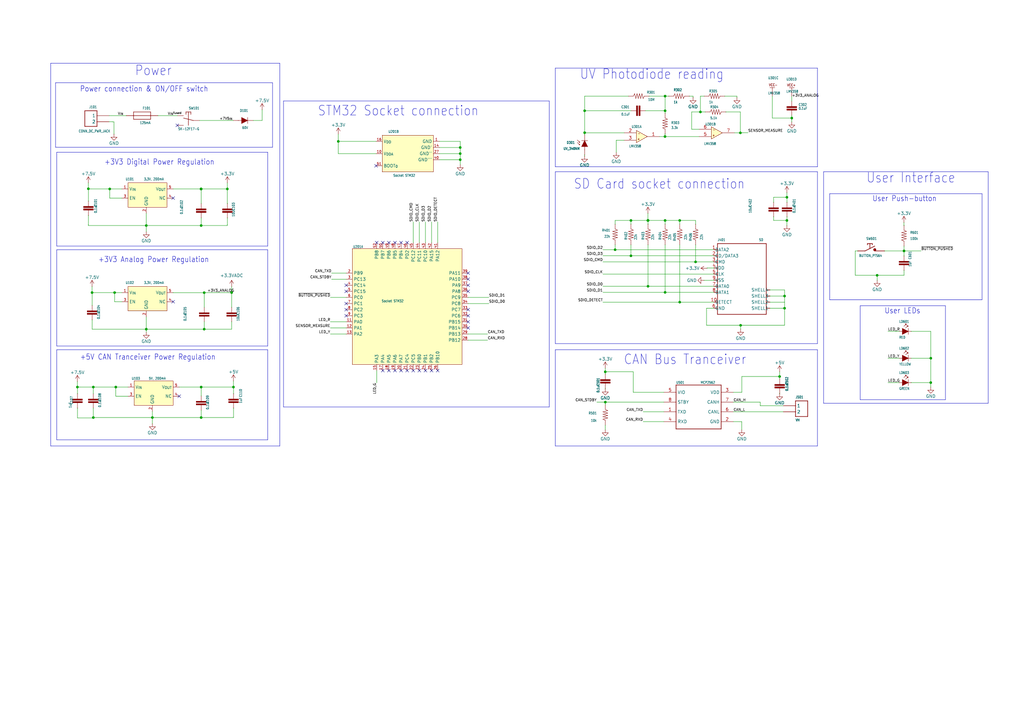
<source format=kicad_sch>
(kicad_sch (version 20231120) (generator "eeschema") (generator_version "8.0")
  (paper "A3")
  (junction (at 252.28 102.42))
  (junction (at 321.78 126.42))
  (junction (at 95 119.9984))
  (junction (at 319.75 154.42))
  (junction (at 95.75 158.75))
  (junction (at 370.78 102.92))
  (junction (at 248.28 164.92))
  (junction (at 381.78 146.92))
  (junction (at 303.67 54.5))
  (junction (at 287.28 45.92))
  (junction (at 248.25 152.5))
  (junction (at 265.78 117.42))
  (junction (at 278.78 90.42))
  (junction (at 322.75 90.42))
  (junction (at 272.75 56))
  (junction (at 82.5 171.25))
  (junction (at 285.28 107.42))
  (junction (at 82.5 92.5))
  (junction (at 272.78 45.42))
  (junction (at 138.75 58))
  (junction (at 265.78 90.42))
  (junction (at 93.25 77.5))
  (junction (at 324.75 48.42))
  (junction (at 60 135))
  (junction (at 36.25 77.42))
  (junction (at 239.78 45.42))
  (junction (at 37.75 120))
  (junction (at 381.75 156.92))
  (junction (at 82.47 77.5))
  (junction (at 239.78 54.42))
  (junction (at 62.5 171.25))
  (junction (at 188.75 60.5))
  (junction (at 83.75 135))
  (junction (at 258.78 104.92))
  (junction (at 82.5 77.5))
  (junction (at 322.75 80.92))
  (junction (at 278.78 123.92))
  (junction (at 45 77.5))
  (junction (at 265.75 90.42))
  (junction (at 359.75 112.92))
  (junction (at 303.75 133.42))
  (junction (at 31.75 158.75))
  (junction (at 272.78 39.42))
  (junction (at 47.5 158.75))
  (junction (at 272.78 119.92))
  (junction (at 38.28 158.75))
  (junction (at 60 92.5))
  (junction (at 188.75 63))
  (junction (at 83.75 120.03))
  (junction (at 258.78 90.42))
  (junction (at 321.78 121.42))
  (junction (at 47 120))
  (junction (at 188.75 65.5))
  (junction (at 38.28 171.25))
  (junction (at 272.78 90.42))
  (junction (at 82.5 158.75))
  (no_connect (at 157 152))
  (no_connect (at 142 127))
  (no_connect (at 154.5 99.5))
  (no_connect (at 177 152))
  (no_connect (at 159.5 99.5))
  (no_connect (at 164.5 152))
  (no_connect (at 159.5 152))
  (no_connect (at 192 114.5))
  (no_connect (at 73.5 162.5))
  (no_connect (at 71 81.25))
  (no_connect (at 142 119.5))
  (no_connect (at 192 129.5))
  (no_connect (at 192 132))
  (no_connect (at 172 152))
  (no_connect (at 157 99.5))
  (no_connect (at 71 123.75))
  (no_connect (at 154.25 68))
  (no_connect (at 169.5 152))
  (no_connect (at 72.74 51.42))
  (no_connect (at 192 112))
  (no_connect (at 167 152))
  (no_connect (at 167 99.5))
  (no_connect (at 192 127))
  (no_connect (at 174.5 152))
  (no_connect (at 162 99.5))
  (no_connect (at 192 117))
  (no_connect (at 142 129.5))
  (no_connect (at 162 152))
  (no_connect (at 164.5 99.5))
  (no_connect (at 192 119.5))
  (no_connect (at 142 117))
  (no_connect (at 179.5 152))
  (no_connect (at 142 124.5))
  (no_connect (at 192 134.5))
  (polyline (pts (xy 227.78 70.42) (xy 335.28 70.42)) (stroke (width 0.1524) (type solid)))
  (wire (pts (xy 270.5 56) (xy 272.75 56)))
  (wire (pts (xy 252.28 90.42) (xy 258.78 90.42)) (stroke (width 0.1524)))
  (wire (pts (xy 316.78 39.42) (xy 316.78 48.42)) (stroke (width 0.1524)))
  (wire (pts (xy 272.28 164.92) (xy 248.28 164.92)) (stroke (width 0.1524)))
  (wire (pts (xy 350.78 112.92) (xy 350.78 102.92)) (stroke (width 0.1524)))
  (wire (pts (xy 169.5 99.5) (xy 169.5 91)) (stroke (width 0.1524)))
  (wire (pts (xy 95.75 171.17) (xy 95.78 171.17)) (stroke (width 0.1524)))
  (wire (pts (xy 324.75 41.5) (xy 324.75 39.5)) (stroke (width 0.1524)))
  (wire (pts (xy 297.7 45.92) (xy 303.67 45.92)) (stroke (width 0.1524)))
  (wire (pts (xy 315.78 118.92) (xy 321.78 118.92)) (stroke (width 0.1524)))
  (wire (pts (xy 252.75 57.5) (xy 252.75 62.5)) (stroke (width 0.1524)))
  (wire (pts (xy 381.75 156.92) (xy 381.78 156.92)) (stroke (width 0.1524)))
  (wire (pts (xy 37.75 120.22) (xy 37.78 120.22)) (stroke (width 0.1524)))
  (wire (pts (xy 239.67 54.5) (xy 239.67 54.42)) (stroke (width 0.1524)))
  (wire (pts (xy 272.75 55) (xy 272.78 55)) (stroke (width 0.1524)))
  (wire (pts (xy 83.78 119.9984) (xy 95 119.9984)) (stroke (width 0.1524)))
  (wire (pts (xy 71 120.03) (xy 83.75 120.03)) (stroke (width 0.1524)))
  (wire (pts (xy 321.78 123.92) (xy 321.78 126.42)) (stroke (width 0.1524)))
  (wire (pts (xy 248.25 159.25) (xy 248.25 159.5)) (stroke (width 0.1524)))
  (wire (pts (xy 93.25 92.5) (xy 82.5 92.5)) (stroke (width 0.1524)))
  (wire (pts (xy 257.78 39.42) (xy 239.78 39.42)) (stroke (width 0.1524)))
  (wire (pts (xy 252.28 92) (xy 252.28 90.42)) (stroke (width 0.1524)))
  (polyline (pts (xy 335.28 27.92) (xy 335.28 68.42)) (stroke (width 0.1524) (type solid)))
  (wire (pts (xy 370.78 102.92) (xy 370.78 105)) (stroke (width 0.1524)))
  (wire (pts (xy 72.74 47.42) (xy 64.78 47.42)) (stroke (width 0.1524)))
  (wire (pts (xy 174.5 99.5) (xy 174.5 91)) (stroke (width 0.1524)))
  (wire (pts (xy 316.78 48.42) (xy 324.75 48.42)) (stroke (width 0.1524)))
  (polyline (pts (xy 387.78 125.42) (xy 387.78 163.92)) (stroke (width 0.1524) (type solid)))
  (wire (pts (xy 311.78 164.92) (xy 300.78 164.92)) (stroke (width 0.1524)))
  (wire (pts (xy 82.5 158.75) (xy 95.75 158.75)) (stroke (width 0.1524)))
  (wire (pts (xy 36.25 77.42) (xy 36.28 77.42)) (stroke (width 0.1524)))
  (wire (pts (xy 93.28 92.17) (xy 93.28 89.34)) (stroke (width 0.1524)))
  (wire (pts (xy 36.28 92.17) (xy 36.28 88.34)) (stroke (width 0.1524)))
  (wire (pts (xy 47 123.75) (xy 47 120)) (stroke (width 0.1524)))
  (wire (pts (xy 315.78 121.42) (xy 321.78 121.42)) (stroke (width 0.1524)))
  (polyline (pts (xy 335.28 140.92) (xy 227.78 140.92)) (stroke (width 0.1524) (type solid)))
  (wire (pts (xy 248.25 153.5) (xy 248.28 153.5)) (stroke (width 0.1524)))
  (wire (pts (xy 31.78 161.5) (xy 31.78 158.92)) (stroke (width 0.1524)))
  (wire (pts (xy 370.75 92.5) (xy 370.78 92.5)) (stroke (width 0.1524)))
  (wire (pts (xy 272.75 56) (xy 286.75 56)))
  (wire (pts (xy 95.75 158.75) (xy 95.75 156.25)) (stroke (width 0.1524)))
  (wire (pts (xy 319.78 154.42) (xy 319.78 155.5)) (stroke (width 0.1524)))
  (wire (pts (xy 278.78 90.42) (xy 278.78 92)) (stroke (width 0.1524)))
  (polyline (pts (xy 109.78 100.92) (xy 109.78 62.42)) (stroke (width 0.1524) (type solid)))
  (wire (pts (xy 62.5 171.25) (xy 62.5 173.75)) (stroke (width 0.1524)))
  (wire (pts (xy 62.5 171.25) (xy 82.5 171.25)) (stroke (width 0.1524)))
  (wire (pts (xy 188.75 63) (xy 188.75 65.5)) (stroke (width 0.1524)))
  (wire (pts (xy 37.78 135) (xy 60 135)) (stroke (width 0.1524)))
  (wire (pts (xy 292.86 119.92) (xy 272.78 119.92)) (stroke (width 0.1524)))
  (wire (pts (xy 60 130) (xy 60 135)) (stroke (width 0.1524)))
  (wire (pts (xy 82.5 77.25) (xy 82.5 77.5)))
  (wire (pts (xy 248.25 159.25) (xy 248.28 159.25)) (stroke (width 0.1524)))
  (wire (pts (xy 381.78 135.92) (xy 381.78 146.92)) (stroke (width 0.1524)))
  (wire (pts (xy 265.78 100.42) (xy 265.78 117.42)) (stroke (width 0.1524)))
  (wire (pts (xy 248.28 159.25) (xy 248.28 159.34)) (stroke (width 0.1524)))
  (wire (pts (xy 292.86 112.42) (xy 247.28 112.42)) (stroke (width 0.1524)))
  (wire (pts (xy 31.75 158.92) (xy 31.78 158.92)) (stroke (width 0.1524)))
  (wire (pts (xy 38.28 167.34) (xy 38.28 171.25)) (stroke (width 0.1524)))
  (wire (pts (xy 324.75 48.42) (xy 324.75 47.34)) (stroke (width 0.1524)))
  (wire (pts (xy 31.75 158.75) (xy 31.75 156.5)) (stroke (width 0.1524)))
  (wire (pts (xy 142 137) (xy 135.5 137)) (stroke (width 0.1524)))
  (wire (pts (xy 38.28 158.75) (xy 38.28 161.5)) (stroke (width 0.1524)))
  (wire (pts (xy 83.78 119.9984) (xy 83.78 120.03)) (stroke (width 0.1524)))
  (wire (pts (xy 95 131.92) (xy 95 135)) (stroke (width 0.1524)))
  (wire (pts (xy 31.78 171.42) (xy 38.28 171.42)) (stroke (width 0.1524)))
  (polyline (pts (xy 335.28 143.42) (xy 335.28 182.92)) (stroke (width 0.1524) (type solid)))
  (wire (pts (xy 381.78 146.92) (xy 381.78 156.92)) (stroke (width 0.1524)))
  (wire (pts (xy 82.5 77.5) (xy 93.25 77.5)) (stroke (width 0.1524)))
  (polyline (pts (xy 335.28 182.92) (xy 227.78 182.92)) (stroke (width 0.1524) (type solid)))
  (wire (pts (xy 95.78 171.17) (xy 95.78 167.34)) (stroke (width 0.1524)))
  (wire (pts (xy 239.78 39.42) (xy 239.78 45.42)) (stroke (width 0.1524)))
  (wire (pts (xy 142 112) (xy 136 112)) (stroke (width 0.1524)))
  (wire (pts (xy 93.25 92.17) (xy 93.28 92.17)) (stroke (width 0.1524)))
  (wire (pts (xy 272.28 168.92) (xy 263.78 168.92)) (stroke (width 0.1524)))
  (polyline (pts (xy 114.78 182.92) (xy 114.78 25.92)) (stroke (width 0.1524) (type solid)))
  (wire (pts (xy 287.28 39.42) (xy 287.28 45.92)) (stroke (width 0.1524)))
  (wire (pts (xy 285.28 100.42) (xy 285.28 107.42)) (stroke (width 0.1524)))
  (polyline (pts (xy 225.28 166.92) (xy 116.28 166.92)) (stroke (width 0.1524) (type solid)))
  (wire (pts (xy 304.25 172.92) (xy 300.78 172.92)) (stroke (width 0.1524)))
  (wire (pts (xy 82.5 89.34) (xy 82.5 92.5)) (stroke (width 0.1524)))
  (wire (pts (xy 319.75 154.42) (xy 319.75 152.5)) (stroke (width 0.1524)))
  (polyline (pts (xy 109.78 143.42) (xy 109.78 180.42)) (stroke (width 0.1524) (type solid)))
  (wire (pts (xy 71 120.03) (xy 71 120)) (stroke (width 0.1524)))
  (wire (pts (xy 142 134.5) (xy 135.5 134.5)) (stroke (width 0.1524)))
  (wire (pts (xy 192 124.5) (xy 200.5 124.5)) (stroke (width 0.1524)))
  (wire (pts (xy 303.67 45.92) (xy 303.67 54.5)) (stroke (width 0.1524)))
  (wire (pts (xy 259.75 152.5) (xy 248.25 152.5)) (stroke (width 0.1524)))
  (wire (pts (xy 192 137) (xy 200 137)) (stroke (width 0.1524)))
  (polyline (pts (xy 23.28 102.42) (xy 109.78 102.42)) (stroke (width 0.1524) (type solid)))
  (wire (pts (xy 272.78 92) (xy 272.78 90.42)) (stroke (width 0.1524)))
  (wire (pts (xy 50 120) (xy 47 120)) (stroke (width 0.1524)))
  (wire (pts (xy 93.25 83.5) (xy 93.28 83.5)) (stroke (width 0.1524)))
  (polyline (pts (xy 335.28 70.42) (xy 335.28 140.92)) (stroke (width 0.1524) (type solid)))
  (polyline (pts (xy 23.28 62.42) (xy 23.28 100.92)) (stroke (width 0.1524) (type solid)))
  (wire (pts (xy 321.78 126.42) (xy 321.78 133.42)) (stroke (width 0.1524)))
  (wire (pts (xy 324.75 48.42) (xy 324.75 50)) (stroke (width 0.1524)))
  (wire (pts (xy 317.28 83) (xy 317.28 80.92)) (stroke (width 0.1524)))
  (wire (pts (xy 60 87.5) (xy 60 92.5)))
  (wire (pts (xy 248.28 164.92) (xy 244.78 164.92)) (stroke (width 0.1524)))
  (wire (pts (xy 289.78 126.42) (xy 289.78 133.42)) (stroke (width 0.1524)))
  (wire (pts (xy 322.78 88.84) (xy 322.78 90.42)) (stroke (width 0.1524)))
  (wire (pts (xy 259.75 160.92) (xy 259.75 152.5)) (stroke (width 0.1524)))
  (wire (pts (xy 37.78 131.14) (xy 37.78 135)) (stroke (width 0.1524)))
  (polyline (pts (xy 405.28 165.42) (xy 405.28 70.42)) (stroke (width 0.1524) (type solid)))
  (wire (pts (xy 36.25 77.42) (xy 36.25 75)) (stroke (width 0.1524)))
  (wire (pts (xy 322.75 80.92) (xy 322.78 80.92)) (stroke (width 0.1524)))
  (wire (pts (xy 285.28 92) (xy 285.28 90.42)) (stroke (width 0.1524)))
  (wire (pts (xy 95 119.9984) (xy 95 126.08)) (stroke (width 0.1524)))
  (wire (pts (xy 107.5 49.42) (xy 103.86 49.42)) (stroke (width 0.1524)))
  (polyline (pts (xy 227.78 143.42) (xy 335.28 143.42)) (stroke (width 0.1524) (type solid)))
  (wire (pts (xy 289.78 133.42) (xy 303.75 133.42)) (stroke (width 0.1524)))
  (wire (pts (xy 47.5 162.5) (xy 52.5 162.5)) (stroke (width 0.1524)))
  (polyline (pts (xy 405.28 70.42) (xy 337.78 70.42)) (stroke (width 0.1524) (type solid)))
  (wire (pts (xy 45 77.5) (xy 50 77.5)) (stroke (width 0.1524)))
  (polyline (pts (xy 20.78 182.92) (xy 114.78 182.92)) (stroke (width 0.1524) (type solid)))
  (wire (pts (xy 142 132) (xy 135.5 132)) (stroke (width 0.1524)))
  (wire (pts (xy 154.25 58) (xy 138.75 58)) (stroke (width 0.1524)))
  (wire (pts (xy 154.25 63) (xy 138.75 63)) (stroke (width 0.1524)))
  (wire (pts (xy 177 99.5) (xy 177 91)) (stroke (width 0.1524)))
  (wire (pts (xy 31.75 158.75) (xy 31.75 158.92)) (stroke (width 0.1524)))
  (wire (pts (xy 93.25 75) (xy 93.25 77.5)) (stroke (width 0.1524)))
  (wire (pts (xy 272.78 90.42) (xy 278.78 90.42)) (stroke (width 0.1524)))
  (polyline (pts (xy 340.28 122.92) (xy 402.78 122.92)) (stroke (width 0.1524) (type solid)))
  (wire (pts (xy 303.75 133.42) (xy 303.75 135)) (stroke (width 0.1524)))
  (wire (pts (xy 359.75 115) (xy 359.75 112.92)) (stroke (width 0.1524)))
  (wire (pts (xy 304.28 160.92) (xy 304.28 154.42)) (stroke (width 0.1524)))
  (wire (pts (xy 154.5 152) (xy 154.5 157)) (stroke (width 0.1524)))
  (wire (pts (xy 368.86 156.92) (xy 364.2 156.92)) (stroke (width 0.1524)))
  (wire (pts (xy 319.75 154.42) (xy 319.78 154.42)) (stroke (width 0.1524)))
  (wire (pts (xy 36.25 92.5) (xy 60 92.5)) (stroke (width 0.1524)))
  (wire (pts (xy 322.75 90.42) (xy 322.78 90.42)) (stroke (width 0.1524)))
  (wire (pts (xy 248.28 164.92) (xy 248.28 166)) (stroke (width 0.1524)))
  (wire (pts (xy 283.67 45.92) (xy 283.67 53)) (stroke (width 0.1524)))
  (wire (pts (xy 247.28 117.42) (xy 265.78 117.42)) (stroke (width 0.1524)))
  (wire (pts (xy 82.5 77.5) (xy 82.5 83.5)))
  (wire (pts (xy 292.78 123.92) (xy 278.78 123.92)) (stroke (width 0.1524)))
  (polyline (pts (xy 109.78 62.42) (xy 23.28 62.42)) (stroke (width 0.1524) (type solid)))
  (wire (pts (xy 373.7 135.92) (xy 381.78 135.92)) (stroke (width 0.1524)))
  (wire (pts (xy 46.25 50) (xy 46.25 49.92)) (stroke (width 0.1524)))
  (wire (pts (xy 83.78 120.03) (xy 83.75 120.03)) (stroke (width 0.1524)))
  (polyline (pts (xy 116.28 41.42) (xy 225.28 41.42)) (stroke (width 0.1524) (type solid)))
  (wire (pts (xy 319.75 161.25) (xy 319.78 161.25)) (stroke (width 0.1524)))
  (wire (pts (xy 304.28 154.42) (xy 319.75 154.42)) (stroke (width 0.1524)))
  (wire (pts (xy 188.75 65.5) (xy 188.75 67.5)) (stroke (width 0.1524)))
  (wire (pts (xy 138.75 63) (xy 138.75 58)) (stroke (width 0.1524)))
  (wire (pts (xy 31.78 167.34) (xy 31.78 171.42)) (stroke (width 0.1524)))
  (wire (pts (xy 95.75 158.92) (xy 95.75 158.75)) (stroke (width 0.1524)))
  (wire (pts (xy 37.75 120.22) (xy 37.75 120)) (stroke (width 0.1524)))
  (wire (pts (xy 288.75 115) (xy 292.75 115)) (stroke (width 0.1524)))
  (wire (pts (xy 321.78 123.92) (xy 315.78 123.92)) (stroke (width 0.1524)))
  (wire (pts (xy 95 117.5) (xy 95 119.9984)) (stroke (width 0.1524)))
  (polyline (pts (xy 23.28 100.92) (xy 109.78 100.92)) (stroke (width 0.1524) (type solid)))
  (wire (pts (xy 95.75 171.17) (xy 95.75 171.25)) (stroke (width 0.1524)))
  (wire (pts (xy 47.5 158.75) (xy 47.5 162.5)))
  (polyline (pts (xy 111.78 60.42) (xy 22.78 60.42)) (stroke (width 0.1524) (type solid)))
  (polyline (pts (xy 337.78 70.42) (xy 337.78 165.42)) (stroke (width 0.1524) (type solid)))
  (wire (pts (xy 278.78 100.42) (xy 278.78 123.92)) (stroke (width 0.1524)))
  (polyline (pts (xy 227.78 182.92) (xy 227.78 143.42)) (stroke (width 0.1524) (type solid)))
  (wire (pts (xy 292.78 102.42) (xy 252.28 102.42)) (stroke (width 0.1524)))
  (wire (pts (xy 292.78 104.92) (xy 258.78 104.92)) (stroke (width 0.1524)))
  (wire (pts (xy 47 123.75) (xy 50 123.75)) (stroke (width 0.1524)))
  (wire (pts (xy 359.75 112.92) (xy 350.78 112.92)) (stroke (width 0.1524)))
  (wire (pts (xy 248.25 152.5) (xy 248.25 153.5)) (stroke (width 0.1524)))
  (wire (pts (xy 83.75 135) (xy 95 135)) (stroke (width 0.1524)))
  (wire (pts (xy 381.75 156.92) (xy 381.75 158.75)) (stroke (width 0.1524)))
  (wire (pts (xy 350.78 102.92) (xy 351.78 102.92)) (stroke (width 0.1524)))
  (wire (pts (xy 321.78 118.92) (xy 321.78 121.42)) (stroke (width 0.1524)))
  (polyline (pts (xy 227.78 27.92) (xy 335.28 27.92)) (stroke (width 0.1524) (type solid)))
  (wire (pts (xy 82.47 77.5) (xy 71 77.5)) (stroke (width 0.1524)))
  (wire (pts (xy 272.78 39.42) (xy 272.78 45.42)) (stroke (width 0.1524)))
  (wire (pts (xy 265.78 92) (xy 265.78 90.42)) (stroke (width 0.1524)))
  (wire (pts (xy 288.78 39.42) (xy 287.28 39.42)) (stroke (width 0.1524)))
  (wire (pts (xy 60 135) (xy 60 136.25)))
  (wire (pts (xy 138.75 58) (xy 138.75 55)) (stroke (width 0.1524)))
  (wire (pts (xy 322.75 90.42) (xy 322.75 92.5)) (stroke (width 0.1524)))
  (wire (pts (xy 265.75 90.42) (xy 265.78 90.42)) (stroke (width 0.1524)))
  (wire (pts (xy 82.5 77.5) (xy 82.47 77.5)) (stroke (width 0.1524)))
  (wire (pts (xy 60 92.5) (xy 82.5 92.5)) (stroke (width 0.1524)))
  (wire (pts (xy 248.25 151) (xy 248.25 152.5)) (stroke (width 0.1524)))
  (wire (pts (xy 284.25 39.42) (xy 284.25 40)) (stroke (width 0.1524)))
  (wire (pts (xy 172 99.5) (xy 172 91)) (stroke (width 0.1524)))
  (wire (pts (xy 370.78 102.92) (xy 377.78 102.92)) (stroke (width 0.1524)))
  (wire (pts (xy 239.78 54.42) (xy 239.78 55.34)) (stroke (width 0.1524)))
  (wire (pts (xy 272.78 55) (xy 272.78 54.92)) (stroke (width 0.1524)))
  (wire (pts (xy 93.25 92.17) (xy 93.25 92.5)) (stroke (width 0.1524)))
  (wire (pts (xy 311.78 166.42) (xy 311.78 164.92)) (stroke (width 0.1524)))
  (wire (pts (xy 303.67 54.5) (xy 303.92 54.5)) (stroke (width 0.1524)))
  (wire (pts (xy 359.75 112.92) (xy 370.78 112.92)) (stroke (width 0.1524)))
  (polyline (pts (xy 337.78 165.42) (xy 405.28 165.42)) (stroke (width 0.1524) (type solid)))
  (wire (pts (xy 107.5 49.42) (xy 107.5 45)) (stroke (width 0.1524)))
  (wire (pts (xy 292.78 107.42) (xy 285.28 107.42)) (stroke (width 0.1524)))
  (wire (pts (xy 256 57.5) (xy 255.75 57.5)))
  (wire (pts (xy 239.67 54.5) (xy 256 54.5)) (stroke (width 0.1524)))
  (wire (pts (xy 142 122) (xy 135.5 122)) (stroke (width 0.1524)))
  (wire (pts (xy 265.75 90.42) (xy 265.75 87.5)) (stroke (width 0.1524)))
  (wire (pts (xy 239.75 63.5) (xy 239.78 63.5)) (stroke (width 0.1524)))
  (wire (pts (xy 292.75 115) (xy 292.75 114.92)) (stroke (width 0.1524)))
  (wire (pts (xy 285.28 90.42) (xy 278.78 90.42)) (stroke (width 0.1524)))
  (wire (pts (xy 258.78 92) (xy 258.78 90.42)) (stroke (width 0.1524)))
  (wire (pts (xy 258.78 104.92) (xy 258.78 100.42)) (stroke (width 0.1524)))
  (wire (pts (xy 82.5 158.75) (xy 82.5 162.41)))
  (polyline (pts (xy 387.78 163.92) (xy 352.78 163.92)) (stroke (width 0.1524) (type solid)))
  (wire (pts (xy 93.25 77.5) (xy 93.25 83.5)) (stroke (width 0.1524)))
  (wire (pts (xy 37.75 120) (xy 37.75 117.5)) (stroke (width 0.1524)))
  (wire (pts (xy 317.28 88.84) (xy 317.28 90.42)) (stroke (width 0.1524)))
  (wire (pts (xy 285.28 107.42) (xy 247.28 107.42)) (stroke (width 0.1524)))
  (polyline (pts (xy 20.78 25.92) (xy 20.78 182.92)) (stroke (width 0.1524) (type solid)))
  (polyline (pts (xy 22.78 33.92) (xy 111.78 33.92)) (stroke (width 0.1524) (type solid)))
  (wire (pts (xy 292.86 117.42) (xy 265.78 117.42)) (stroke (width 0.1524)))
  (polyline (pts (xy 109.78 180.42) (xy 23.28 180.42)) (stroke (width 0.1524) (type solid)))
  (wire (pts (xy 180.25 65.5) (xy 188.75 65.5)) (stroke (width 0.1524)))
  (wire (pts (xy 302.25 39.42) (xy 297.2 39.42)) (stroke (width 0.1524)))
  (wire (pts (xy 321.28 168.92) (xy 300.78 168.92)) (stroke (width 0.1524)))
  (wire (pts (xy 289.28 45.92) (xy 287.28 45.92)) (stroke (width 0.1524)))
  (wire (pts (xy 46.75 50) (xy 46.75 55)) (stroke (width 0.1524)))
  (wire (pts (xy 239.75 63.5) (xy 239.75 64)) (stroke (width 0.1524)))
  (wire (pts (xy 247.28 123.92) (xy 278.78 123.92)) (stroke (width 0.1524)))
  (polyline (pts (xy 352.78 163.92) (xy 352.78 125.42)) (stroke (width 0.1524) (type solid)))
  (wire (pts (xy 45 81.25) (xy 45 77.5)) (stroke (width 0.1524)))
  (wire (pts (xy 192 139.5) (xy 200 139.5)) (stroke (width 0.1524)))
  (wire (pts (xy 45 81.25) (xy 50 81.25)) (stroke (width 0.1524)))
  (wire (pts (xy 83.75 119.86) (xy 83.75 120.03)) (stroke (width 0.1524)))
  (wire (pts (xy 292.78 126.42) (xy 289.78 126.42)) (stroke (width 0.1524)))
  (wire (pts (xy 51.78 47.42) (xy 44.78 47.42)) (stroke (width 0.1524)))
  (wire (pts (xy 95.75 158.92) (xy 95.78 158.92)) (stroke (width 0.1524)))
  (wire (pts (xy 180.25 63) (xy 188.75 63)) (stroke (width 0.1524)))
  (polyline (pts (xy 402.78 79.42) (xy 340.28 79.42)) (stroke (width 0.1524) (type solid)))
  (wire (pts (xy 62.5 168.75) (xy 62.5 171.25)))
  (wire (pts (xy 82.5 77.25) (xy 82.47 77.25)) (stroke (width 0.1524)))
  (wire (pts (xy 302.25 39.42) (xy 302.25 40)) (stroke (width 0.1524)))
  (wire (pts (xy 317.28 80.92) (xy 322.75 80.92)) (stroke (width 0.1524)))
  (wire (pts (xy 321.28 166.42) (xy 311.78 166.42)) (stroke (width 0.1524)))
  (wire (pts (xy 239.67 54.42) (xy 239.78 54.42)) (stroke (width 0.1524)))
  (wire (pts (xy 370.78 110.84) (xy 370.78 112.92)) (stroke (width 0.1524)))
  (wire (pts (xy 317.28 90.42) (xy 322.75 90.42)) (stroke (width 0.1524)))
  (wire (pts (xy 373.7 146.92) (xy 381.78 146.92)) (stroke (width 0.1524)))
  (wire (pts (xy 36.25 92.17) (xy 36.25 92.5)) (stroke (width 0.1524)))
  (polyline (pts (xy 109.78 141.92) (xy 23.28 141.92)) (stroke (width 0.1524) (type solid)))
  (wire (pts (xy 266.2 39.42) (xy 272.78 39.42)) (stroke (width 0.1524)))
  (wire (pts (xy 321.78 121.42) (xy 321.78 123.92)) (stroke (width 0.1524)))
  (wire (pts (xy 46.75 50) (xy 46.25 50)) (stroke (width 0.1524)))
  (wire (pts (xy 38.28 171.25) (xy 62.5 171.25)) (stroke (width 0.1524)))
  (wire (pts (xy 282.7 39.42) (xy 284.25 39.42)) (stroke (width 0.1524)))
  (wire (pts (xy 300.78 160.92) (xy 304.28 160.92)) (stroke (width 0.1524)))
  (wire (pts (xy 83.75 131.92) (xy 83.75 135)) (stroke (width 0.1524)))
  (wire (pts (xy 247.28 119.92) (xy 272.78 119.92)) (stroke (width 0.1524)))
  (wire (pts (xy 38.28 158.75) (xy 47.5 158.75)) (stroke (width 0.1524)))
  (wire (pts (xy 36.25 77.5) (xy 45 77.5)) (stroke (width 0.1524)))
  (wire (pts (xy 95.78 158.92) (xy 95.78 161.5)) (stroke (width 0.1524)))
  (wire (pts (xy 272.75 55) (xy 272.75 56)) (stroke (width 0.1524)))
  (wire (pts (xy 248.25 174.42) (xy 248.28 174.42)) (stroke (width 0.1524)))
  (wire (pts (xy 248.25 174.42) (xy 248.25 176.25)) (stroke (width 0.1524)))
  (wire (pts (xy 81.82 49.42) (xy 95.7 49.42)) (stroke (width 0.1524)))
  (polyline (pts (xy 227.78 27.92) (xy 227.78 68.42)) (stroke (width 0.1524) (type solid)))
  (wire (pts (xy 37.75 120) (xy 47 120)) (stroke (width 0.1524)))
  (wire (pts (xy 83.75 120.03) (xy 83.75 126.08)) (stroke (width 0.1524)))
  (wire (pts (xy 60 135) (xy 83.75 135)) (stroke (width 0.1524)))
  (wire (pts (xy 287.28 45.92) (xy 283.67 45.92)) (stroke (width 0.1524)))
  (wire (pts (xy 292.75 114.92) (xy 292.86 114.92)) (stroke (width 0.1524)))
  (wire (pts (xy 319.75 161.25) (xy 319.75 161.5)) (stroke (width 0.1524)))
  (wire (pts (xy 303.75 133.42) (xy 321.78 133.42)) (stroke (width 0.1524)))
  (polyline (pts (xy 225.28 41.42) (xy 225.28 166.92)) (stroke (width 0.1524) (type solid)))
  (wire (pts (xy 47.5 158.75) (xy 52.5 158.75)) (stroke (width 0.1524)))
  (wire (pts (xy 60 95) (xy 60 92.5)) (stroke (width 0.1524)))
  (wire (pts (xy 180.25 58) (xy 188.75 58)) (stroke (width 0.1524)))
  (polyline (pts (xy 352.78 125.42) (xy 387.78 125.42)) (stroke (width 0.1524) (type solid)))
  (wire (pts (xy 274.28 39.42) (xy 272.78 39.42)) (stroke (width 0.1524)))
  (wire (pts (xy 247.28 102.42) (xy 252.28 102.42)) (stroke (width 0.1524)))
  (polyline (pts (xy 335.28 68.42) (xy 227.78 68.42)) (stroke (width 0.1524) (type solid)))
  (polyline (pts (xy 23.28 141.92) (xy 23.28 102.42)) (stroke (width 0.1524) (type solid)))
  (wire (pts (xy 46.25 49.92) (xy 44.78 49.92)) (stroke (width 0.1524)))
  (wire (pts (xy 319.78 161.25) (xy 319.78 161.34)) (stroke (width 0.1524)))
  (polyline (pts (xy 111.78 33.92) (xy 111.78 60.42)) (stroke (width 0.1524) (type solid)))
  (wire (pts (xy 272.78 100.42) (xy 272.78 119.92)) (stroke (width 0.1524)))
  (polyline (pts (xy 402.78 122.92) (xy 402.78 79.42)) (stroke (width 0.1524) (type solid)))
  (wire (pts (xy 283.67 53) (xy 286.75 53)) (stroke (width 0.1524)))
  (wire (pts (xy 368.86 135.92) (xy 364.2 135.92)) (stroke (width 0.1524)))
  (wire (pts (xy 239.78 45.42) (xy 239.78 54.42)) (stroke (width 0.1524)))
  (wire (pts (xy 37.78 120.22) (xy 37.78 125.3)) (stroke (width 0.1524)))
  (wire (pts (xy 364.2 146.92) (xy 368.86 146.92)) (stroke (width 0.1524)))
  (wire (pts (xy 322.75 80.92) (xy 322.75 79)) (stroke (width 0.1524)))
  (polyline (pts (xy 116.28 166.92) (xy 116.28 41.42)) (stroke (width 0.1524) (type solid)))
  (wire (pts (xy 192 122) (xy 200.5 122)) (stroke (width 0.1524)))
  (wire (pts (xy 188.75 58) (xy 188.75 60.5)) (stroke (width 0.1524)))
  (wire (pts (xy 272.28 160.92) (xy 259.75 160.92)) (stroke (width 0.1524)))
  (polyline (pts (xy 23.28 143.42) (xy 109.78 143.42)) (stroke (width 0.1524) (type solid)))
  (wire (pts (xy 82.5 171.25) (xy 95.75 171.25)) (stroke (width 0.1524)))
  (wire (pts (xy 180.25 60.5) (xy 188.75 60.5)) (stroke (width 0.1524)))
  (wire (pts (xy 301.25 54.5) (xy 303.67 54.5)) (stroke (width 0.1524)))
  (wire (pts (xy 73.5 158.75) (xy 82.5 158.75)) (stroke (width 0.1524)))
  (wire (pts (xy 31.75 158.75) (xy 38.28 158.75)) (stroke (width 0.1524)))
  (wire (pts (xy 258.86 45.42) (xy 239.78 45.42)) (stroke (width 0.1524)))
  (wire (pts (xy 36.25 77.5) (xy 36.25 77.42)) (stroke (width 0.1524)))
  (wire (pts (xy 272.78 45.42) (xy 272.78 46.5)) (stroke (width 0.1524)))
  (wire (pts (xy 179.5 99.5) (xy 179.5 91)) (stroke (width 0.1524)))
  (wire (pts (xy 370.78 100.92) (xy 370.78 102.92)) (stroke (width 0.1524)))
  (polyline (pts (xy 340.28 79.42) (xy 340.28 122.92)) (stroke (width 0.1524) (type solid)))
  (wire (pts (xy 362.78 102.92) (xy 370.78 102.92)) (stroke (width 0.1524)))
  (wire (pts (xy 82.5 168.25) (xy 82.5 171.25)))
  (wire (pts (xy 252.75 57.5) (xy 255.75 57.5)) (stroke (width 0.1524)))
  (wire (pts (xy 258.78 90.42) (xy 265.75 90.42)) (stroke (width 0.1524)))
  (wire (pts (xy 290 110) (xy 290 109.92)) (stroke (width 0.1524)))
  (polyline (pts (xy 23.28 180.42) (xy 23.28 143.42)) (stroke (width 0.1524) (type solid)))
  (wire (pts (xy 303.92 54.5) (xy 303.92 54.42)) (stroke (width 0.1524)))
  (wire (pts (xy 265.78 90.42) (xy 272.78 90.42)) (stroke (width 0.1524)))
  (wire (pts (xy 272.28 172.92) (xy 263.78 172.92)) (stroke (width 0.1524)))
  (wire (pts (xy 322.78 83) (xy 322.78 80.92)) (stroke (width 0.1524)))
  (wire (pts (xy 373.7 156.92) (xy 381.75 156.92)) (stroke (width 0.1524)))
  (wire (pts (xy 370.75 91.25) (xy 370.75 92.5)) (stroke (width 0.1524)))
  (polyline (pts (xy 22.78 60.42) (xy 22.78 33.92)) (stroke (width 0.1524) (type solid)))
  (wire (pts (xy 304.25 172.92) (xy 304.25 176.25)) (stroke (width 0.1524)))
  (wire (pts (xy 142 114.5) (xy 136 114.5)) (stroke (width 0.1524)))
  (wire (pts (xy 315.78 126.42) (xy 321.78 126.42)) (stroke (width 0.1524)))
  (wire (pts (xy 303.92 54.42) (xy 306.78 54.42)) (stroke (width 0.1524)))
  (wire (pts (xy 247.28 104.92) (xy 258.78 104.92)) (stroke (width 0.1524)))
  (wire (pts (xy 252.28 100.42) (xy 252.28 102.42)) (stroke (width 0.1524)))
  (wire (pts (xy 36.25 92.17) (xy 36.28 92.17)) (stroke (width 0.1524)))
  (polyline (pts (xy 114.78 25.92) (xy 20.78 25.92)) (stroke (width 0.1524) (type solid)))
  (wire (pts (xy 38.28 171.25) (xy 38.28 171.42)) (stroke (width 0.1524)))
  (wire (pts (xy 290 109.92) (xy 292.86 109.92)) (stroke (width 0.1524)))
  (wire (pts (xy 82.47 77.5) (xy 82.47 77.25)) (stroke (width 0.1524)))
  (polyline (pts (xy 109.78 102.42) (xy 109.78 141.92)) (stroke (width 0.1524) (type solid)))
  (wire (pts (xy 188.75 60.5) (xy 188.75 63)) (stroke (width 0.1524)))
  (wire (pts (xy 36.28 77.42) (xy 36.28 82.5)) (stroke (width 0.1524)))
  (wire (pts (xy 264.7 45.42) (xy 272.78 45.42)) (stroke (width 0.1524)))
  (polyline (pts (xy 227.78 140.92) (xy 227.78 70.42)) (stroke (width 0.1524) (type solid)))
  (text "User Push-button" (at 357.78 82.92 0) (effects (font (size 2.25 1.9125)) (justify left bottom)))
  (text "+3V3 Analog Power Regulation" (at 40.28 107.92 0) (effects (font (size 2.25 1.9125)) (justify left bottom)))
  (text "User Interface" (at 355.28 75.42 0) (effects (font (size 4 3.4)) (justify left bottom)))
  (text "CAN Bus Tranceiver" (at 255.78 149.92 0) (effects (font (size 4 3.4)) (justify left bottom)))
  (text "+5V CAN Tranceiver Power Regulation" (at 32.78 147.92 0) (effects (font (size 2.25 1.9125)) (justify left bottom)))
  (text "+3V3 Digital Power Regulation" (at 42.78 67.92 0) (effects (font (size 2.25 1.9125)) (justify left bottom)))
  (text "STM32 Socket connection" (at 130.28 47.92 0) (effects (font (size 4 3.4)) (justify left bottom)))
  (text "SD Card socket connection" (at 235.28 77.92 0) (effects (font (size 4 3.4)) (justify left bottom)))
  (text "UV Photodiode reading" (at 237.78 32.92 0) (effects (font (size 4 3.4)) (justify left bottom)))
  (text "Power" (at 55.28 31.42 0) (effects (font (size 4 3.4)) (justify left bottom)))
  (text "Power connection & ON/OFF switch" (at 32.78 37.92 0) (effects (font (size 2.25 1.9125)) (justify left bottom)))
  (text "User LEDs" (at 362.78 128.92 0) (effects (font (size 2.25 1.9125)) (justify left bottom)))
  (label "CAN_L" (at 300.78 168.92 0) (effects (font (size 1.05 1.05))))
  (label "CAN_RXD" (at 200 139.5 0) (effects (font (size 1.05 1.05))))
  (label "SDIO_D1" (at 247.28 119.92 180) (effects (font (size 1.05 1.05))))
  (label "SDIO_CMD" (at 169.5 91 90) (effects (font (size 1.05 1.05))))
  (label "+3V3_ANALOG" (at 324.75 40 0) (effects (font (size 1.05 1.05))))
  (label "SDIO_D3" (at 174.5 91 90) (effects (font (size 1.05 1.05))))
  (label "LED_G" (at 154.5 157 270) (effects (font (size 1 1))))
  (label "CAN_RXD" (at 263.78 172.92 180) (effects (font (size 1.05 1.05))))
  (label "SDIO_CMD" (at 247.28 107.42 180) (effects (font (size 1.05 1.05))))
  (label "SENSOR_MEASURE" (at 306.78 54.42 0) (effects (font (size 1.05 1.05))))
  (label "CAN_TXD" (at 200 137 0) (effects (font (size 1.05 1.05))))
  (label "SDIO_D2" (at 247.28 102.42 180) (effects (font (size 1.05 1.05))))
  (label "+3V3_ANALOG" (at 85 119.9984 0) (effects (font (size 1.05 1.05))))
  (label "V_{IN}" (at 48.28 47.42 0) (effects (font (size 1.05 1.05))))
  (label "CAN_TXD" (at 263.78 168.92 180) (effects (font (size 1.05 1.05))))
  (label "SENSOR_MEASURE" (at 135.5 134.5 180) (effects (font (size 1.05 1.05))))
  (label "LED_R" (at 135.5 132 180) (effects (font (size 1.05 1.05))))
  (label "LED_Y" (at 364.2 146.92 0) (effects (font (size 1.05 1.05))))
  (label "~{BUTTON_PUSHED}" (at 377.78 102.92 0) (effects (font (size 1.05 1.05))))
  (label "CAN_STDBY" (at 244.78 164.92 180) (effects (font (size 1.05 1.05))))
  (label "SDIO_DETECT" (at 179.5 91 90) (effects (font (size 1.05 1.05))))
  (label "SDIO_CLK" (at 247.28 112.42 180) (effects (font (size 1.05 1.05))))
  (label "~{BUTTON_PUSHED}" (at 135.5 122 180) (effects (font (size 1.05 1.05))))
  (label "SDIO_D1" (at 200.5 122 0) (effects (font (size 1.05 1.05))))
  (label "SDIO_CLK" (at 172 91 90) (effects (font (size 1.05 1.05))))
  (label "CAN_H" (at 300.78 164.92 0) (effects (font (size 1.05 1.05))))
  (label "SDIO_D0" (at 200.5 124.5 0) (effects (font (size 1.05 1.05))))
  (label "+7V5_{IN}" (at 89.9893 49.42 0) (effects (font (size 1 1))))
  (label "CAN_TXD" (at 136 112 180) (effects (font (size 1.05 1.05))))
  (label "V_{IN}^{fused}" (at 68.76 47.42 0) (effects (font (size 1.05 1.05))))
  (label "SDIO_D0" (at 247.28 117.42 180) (effects (font (size 1.05 1.05))))
  (label "LED_R" (at 364.2 135.92 0) (effects (font (size 1.05 1.05))))
  (label "LED_G" (at 364.2 156.92 0) (effects (font (size 1.05 1.05))))
  (label "CAN_STDBY" (at 136 114.5 180) (effects (font (size 1.05 1.05))))
  (label "SDIO_D2" (at 177 91 90) (effects (font (size 1.05 1.05))))
  (label "SDIO_DETECT" (at 247.28 123.92 180) (effects (font (size 1.05 1.05))))
  (label "SDIO_D3" (at 247.28 104.92 180) (effects (font (size 1.05 1.05))))
  (label "LED_Y" (at 135.5 137 180) (effects (font (size 1.05 1.05))))
  (symbol (lib_id "uv_meter_v1-eagle-import:10UF") (at 317.28 82.92 0) (unit 1)
    (property "Reference" "C402" (at 308.28 84.92 90) (effects (font (size 1 0.85)) (justify left bottom)))
    (property "Value" "10uF" (at 308.28 87.42 90) (effects (font (size 1 0.85)) (justify left bottom)))
    (property "Footprint" "uv_meter_v1:0805_GRM" (effects (hide yes)))
  )
  (symbol (lib_id "power:+5V") (at 319.75 152.5 0) (unit 1)
    (property "Reference" "#PWR127" (effects (hide yes)))
    (property "Value" "+5V" (at 319.75 148.75 0))
    (property "Description" "Power symbol creates a global label with name \"+5V\"" (effects (hide yes)))
  )
  (symbol (lib_id "power:GND") (at 304.25 176.25 0) (unit 1)
    (property "Reference" "#PWR120" (effects (hide yes)))
    (property "Value" "GND" (at 304.25 180 0))
    (property "Description" "Power symbol creates a global label with name \"GND\" , ground" (effects (hide yes)))
  )
  (symbol (lib_id "uv_meter_v1-eagle-import:3.3KOHM") (at 272.78 54.92 90) (unit 1)
    (property "Reference" "R303" (at 275.28 50.92 90) (effects (font (size 1 0.85)) (justify right top)))
    (property "Value" "3.3k" (at 275.28 52.92 90) (effects (font (size 1 0.85)) (justify right top)))
    (property "Footprint" "uv_meter_v1:RES_0805_ERJ" (effects (hide yes)))
  )
  (symbol (lib_id "uv_meter_v1-eagle-import:1KOHM") (at 274.28 39.42 0) (unit 1)
    (property "Reference" "R302" (at 276.28 37.42 0) (effects (font (size 1 0.85)) (justify left bottom)))
    (property "Value" "1k" (at 276.28 42.42 0) (effects (font (size 1 0.85)) (justify left bottom)))
    (property "Footprint" "uv_meter_v1:RES_0805_ERJ" (effects (hide yes)))
  )
  (symbol (lib_id "uv_meter_v1-eagle-import:0.1UF") (at 324.75 41.42 0) (unit 1)
    (property "Reference" "C302" (at 327.5 43.5 0) (effects (font (size 1 0.85)) (justify left bottom)))
    (property "Value" "0.1uF" (at 327.5 45 0) (effects (font (size 1 0.85)) (justify left bottom)))
    (property "Footprint" "uv_meter_v1:0805_GRM" (effects (hide yes)))
  )
  (symbol (lib_id "uv_meter_v1-eagle-import:0.1UF") (at 248.28 159.42 180) (unit 1)
    (property "Reference" "C501" (at 244.78 154.92 90) (effects (font (size 1 0.85)) (justify left bottom)))
    (property "Value" "0.1uF" (at 244.78 157.42 90) (effects (font (size 1 0.85)) (justify left bottom)))
    (property "Footprint" "uv_meter_v1:0805_GRM" (effects (hide yes)))
  )
  (symbol (lib_id "power:+3.3V") (at 265.75 87.5 0) (unit 1)
    (property "Reference" "#PWR113" (effects (hide yes)))
    (property "Value" "+3.3V" (at 265.75 83.75 0))
    (property "Description" "Power symbol creates a global label with name \"+3.3V\"" (effects (hide yes)))
  )
  (symbol (lib_id "power:GND") (at 252.75 62.5 0) (unit 1)
    (property "Reference" "#PWR125" (effects (hide yes)))
    (property "Value" "GND" (at 252.75 66.25 0))
    (property "Description" "Power symbol creates a global label with name \"GND\" , ground" (effects (hide yes)))
  )
  (symbol (lib_name "LDO_TPS7A2433DBVR_1") (lib_id "uv_meter_v1-eagle-import:LDO_TPS7A2433DBVR") (at 50 77.5 0) (unit 1)
    (property "Reference" "U101" (at 51.5 74 0) (effects (font (size 1 0.85)) (justify left bottom)))
    (property "Value" "3.3V, 200mA" (at 59 74 0) (effects (font (size 1 0.85)) (justify left bottom)))
    (property "Footprint" "uv_meter_v1:SOT23-5" (effects (hide yes)))
    (property "Description" "TPS7A24 200-mA, 18-V input voltage, Ultra-Low Iq, Low-Dropout Voltage Regulator" (effects (hide yes)))
  )
  (symbol (lib_id "power:GND") (at 46.75 55 0) (unit 1)
    (property "Reference" "#PWR108" (effects (hide yes)))
    (property "Value" "GND" (at 46.75 58.75 0))
    (property "Description" "Power symbol creates a global label with name \"GND\" , ground" (effects (hide yes)))
  )
  (symbol (lib_id "uv_meter_v1-eagle-import:1UF") (at 370.78 110.92 180) (unit 1)
    (property "Reference" "C601" (at 373.78 106.42 90) (effects (font (size 1 0.85)) (justify right top)))
    (property "Value" "1uF" (at 373.78 109.42 90) (effects (font (size 1 0.85)) (justify right top)))
    (property "Footprint" "uv_meter_v1:0805_GRM" (effects (hide yes)))
  )
  (symbol (lib_id "power:+3.3V") (at 138.75 55 0) (unit 1)
    (property "Reference" "#PWR112" (effects (hide yes)))
    (property "Value" "+3.3V" (at 138.75 51.25 0))
    (property "Description" "Power symbol creates a global label with name \"+3.3V\"" (effects (hide yes)))
  )
  (symbol (lib_id "power:GND") (at 239.75 64 0) (unit 1)
    (property "Reference" "#PWR126" (effects (hide yes)))
    (property "Value" "GND" (at 239.75 67.75 0))
    (property "Description" "Power symbol creates a global label with name \"GND\" , ground" (effects (hide yes)))
  )
  (symbol (lib_id "uv_meter_v1-eagle-import:1UF") (at 31.78 167.42 180) (unit 1)
    (property "Reference" "C107" (at 28.78 162.42 90) (effects (font (size 1 0.85)) (justify left bottom)))
    (property "Value" "1uF" (at 28.28 164.92 90) (effects (font (size 1 0.85)) (justify left bottom)))
    (property "Footprint" "uv_meter_v1:0805_GRM" (effects (hide yes)))
  )
  (symbol (lib_id "uv_meter_v1-eagle-import:10KOHM") (at 248.28 174.42 90) (unit 1)
    (property "Reference" "R501" (at 244.78 168.92 90) (effects (font (size 1 0.85)) (justify left bottom)))
    (property "Value" "10k" (at 244.78 171.92 90) (effects (font (size 1 0.85)) (justify left bottom)))
    (property "Footprint" "uv_meter_v1:RES_0805_ERJ" (effects (hide yes)))
  )
  (symbol (lib_id "uv_meter_v1-eagle-import:PHOTODIODE-UV_340NMGUVA-S12SD") (at 239.78 63.42 90) (unit 1)
    (property "Reference" "D301" (at 235.78 57.92 90) (effects (font (size 1 0.85)) (justify left bottom)))
    (property "Value" "UV_340NM" (at 237.78 60.42 90) (effects (font (size 1 0.85)) (justify left bottom)))
    (property "Footprint" "uv_meter_v1:PHOTODIODE_MOLDED" (effects (hide yes)))
  )
  (symbol (lib_id "uv_meter_v1-eagle-import:22KOHM") (at 278.78 100.42 90) (unit 1)
    (property "Reference" "R405" (at 277.28 98.92 0) (effects (font (size 1 0.85)) (justify left bottom)))
    (property "Value" "22k" (at 281.78 98.42 0) (effects (font (size 1 0.85)) (justify left bottom)))
    (property "Footprint" "uv_meter_v1:RES_0805_ERJ" (effects (hide yes)))
  )
  (symbol (lib_id "uv_meter_v1-eagle-import:5.1KOHM") (at 289.28 45.92 0) (unit 1)
    (property "Reference" "R304" (at 291.28 44.42 0) (effects (font (size 1 0.85)) (justify left bottom)))
    (property "Value" "5.1k" (at 291.28 48.92 0) (effects (font (size 1 0.85)) (justify left bottom)))
    (property "Footprint" "uv_meter_v1:RES_0805_VISHAY" (effects (hide yes)))
  )
  (symbol (lib_id "uv_meter_v1-eagle-import:1UF") (at 95.78 167.42 180) (unit 1)
    (property "Reference" "C110" (at 99.28 162.92 90) (effects (font (size 1 0.85)) (justify right top)))
    (property "Value" "1uF" (at 99.28 165.42 90) (effects (font (size 1 0.85)) (justify right top)))
    (property "Footprint" "uv_meter_v1:0805_GRM" (effects (hide yes)))
  )
  (symbol (lib_id "uv_meter_v1-eagle-import:10UF") (at 95 132 180) (unit 1)
    (property "Reference" "C106" (at 98.2 129.2 90) (effects (font (size 1 0.85)) (justify right top)))
    (property "Value" "10uF" (at 98.2 131.7 90) (effects (font (size 1 0.85)) (justify right top)))
    (property "Footprint" "uv_meter_v1:0805_GRM" (effects (hide yes)))
  )
  (symbol (lib_id "uv_meter_v1-eagle-import:MPC2562") (at 272.28 160.92 0) (unit 1)
    (property "Reference" "U501" (at 277.28 157.42 0) (effects (font (size 1 0.85)) (justify left bottom)))
    (property "Value" "MCP2562" (at 287.28 157.42 0) (effects (font (size 1 0.85)) (justify left bottom)))
    (property "Footprint" "uv_meter_v1:SO_8" (effects (hide yes)))
  )
  (symbol (lib_id "power:+7.5V") (at 107.5 45 0) (unit 1)
    (property "Reference" "#PWR104" (effects (hide yes)))
    (property "Value" "+7.5V" (at 107.5 41.25 0))
    (property "Description" "Power symbol creates a global label with name \"+7.5V\"" (effects (hide yes)))
  )
  (symbol (lib_id "uv_meter_v1-eagle-import:LMV358") (at 316.78 39.42 0) (unit 3)
    (property "Reference" "U301" (at 315 32.5 0) (effects (font (size 1 0.85)) (justify left bottom)))
    (property "Value" "LMV358" (at 315 38.75 0) (effects (font (size 1 0.85)) (justify left bottom)))
    (property "Footprint" "uv_meter_v1:SOIC8" (effects (hide yes)))
    (property "Description" "IC OPAMP 2 CIRCUIT 8-SOIC\n\nGeneral Purpose Amplifier 2 Circuit Rail-to-Rail in 8-SOIC package\n\nNOTES :\n\n• Link to https://www.st.com/content/ccc/resource/technical/document/datasheet/b9/d8/3b/8f/a1/8f/46/01/CD00079372.pdf/files/CD00079372.pdf/jcr:content/translations/en.CD00079372.pdf datasheet from STMicroelectronics\n• Link to https://www.ti.com/lit/ds/symlink/lmv358.pdf?ts=1609253015798 datasheet from Texas Instruments" (effects (hide yes)))
  )
  (symbol (lib_id "uv_meter_v1-eagle-import:22KOHM") (at 252.28 100.42 90) (unit 1)
    (property "Reference" "R401" (at 250.28 93.92 90) (effects (font (size 1 0.85)) (justify left bottom)))
    (property "Value" "22k" (at 250.28 96.42 90) (effects (font (size 1 0.85)) (justify left bottom)))
    (property "Footprint" "uv_meter_v1:RES_0805_ERJ" (effects (hide yes)))
  )
  (symbol (lib_id "power:GND") (at 381.75 158.75 0) (unit 1)
    (property "Reference" "#PWR116" (effects (hide yes)))
    (property "Value" "GND" (at 381.75 162.5 0))
    (property "Description" "Power symbol creates a global label with name \"GND\" , ground" (effects (hide yes)))
  )
  (symbol (lib_id "power:+7.5V") (at 31.75 156.5 0) (unit 1)
    (property "Reference" "#PWR111" (effects (hide yes)))
    (property "Value" "+7.5V" (at 31.75 152.75 0))
    (property "Description" "Power symbol creates a global label with name \"+7.5V\"" (effects (hide yes)))
  )
  (symbol (lib_id "power:GND") (at 188.75 67.5 0) (unit 1)
    (property "Reference" "#PWR133" (effects (hide yes)))
    (property "Value" "GND" (at 188.75 71.25 0))
    (property "Description" "Power symbol creates a global label with name \"GND\" , ground" (effects (hide yes)))
  )
  (symbol (lib_id "power:GND") (at 62.5 173.75 0) (unit 1)
    (property "Reference" "#PWR105" (effects (hide yes)))
    (property "Value" "GND" (at 62.5 177.5 0))
    (property "Description" "Power symbol creates a global label with name \"GND\" , ground" (effects (hide yes)))
  )
  (symbol (lib_id "power:+5V") (at 95.75 156.25 0) (unit 1)
    (property "Reference" "#PWR103" (effects (hide yes)))
    (property "Value" "+5V" (at 95.75 152.5 0))
    (property "Description" "Power symbol creates a global label with name \"+5V\"" (effects (hide yes)))
  )
  (symbol (lib_id "uv_meter_v1-eagle-import:SOCKET_STM32") (at 154.25 58 0) (unit 2)
    (property "Reference" "U201" (at 159.25 54.5 0) (effects (font (size 1 0.85)) (justify left bottom)))
    (property "Value" "Socket STM32" (at 161.25 72.5 0) (effects (font (size 1 0.85)) (justify left bottom)))
    (property "Footprint" "uv_meter_v1:SOCKET_STM32" (effects (hide yes)))
    (property "Description" "STM32 socket/carrier PCB used to speed HW prototyping and standardize I/Os" (effects (hide yes)))
  )
  (symbol (lib_id "uv_meter_v1-eagle-import:0.1UF") (at 82.5 89.42 180) (unit 1)
    (property "Reference" "C102" (at 75 85.42 90) (effects (font (size 1 0.85)) (justify right top)))
    (property "Value" "0.1uF" (at 75 87.92 90) (effects (font (size 1 0.85)) (justify right top)))
    (property "Footprint" "uv_meter_v1:0805_GRM" (effects (hide yes)))
  )
  (symbol (lib_id "power:GND") (at 248.25 159.5 0) (unit 1)
    (property "Reference" "#PWR122" (effects (hide yes)))
    (property "Value" "GND" (at 248.25 163.25 0))
    (property "Description" "Power symbol creates a global label with name \"GND\" , ground" (effects (hide yes)))
  )
  (symbol (lib_id "uv_meter_v1-eagle-import:0.1UF") (at 322.78 82.92 0) (unit 1)
    (property "Reference" "C401" (at 326.28 84.92 90) (effects (font (size 1 0.85)) (justify left bottom)))
    (property "Value" "0.1uF" (at 326.28 87.42 90) (effects (font (size 1 0.85)) (justify left bottom)))
    (property "Footprint" "uv_meter_v1:0805_GRM" (effects (hide yes)))
  )
  (symbol (lib_id "uv_meter_v1-eagle-import:0.1UF") (at 83.75 132 180) (unit 1)
    (property "Reference" "C105" (at 76.45 129.2 90) (effects (font (size 1 0.85)) (justify right top)))
    (property "Value" "0.1uF" (at 76.45 131.7 90) (effects (font (size 1 0.85)) (justify right top)))
    (property "Footprint" "uv_meter_v1:0805_GRM" (effects (hide yes)))
  )
  (symbol (lib_id "power:GND") (at 248.25 176.25 0) (unit 1)
    (property "Reference" "#PWR121" (effects (hide yes)))
    (property "Value" "GND" (at 248.25 180 0))
    (property "Description" "Power symbol creates a global label with name \"GND\" , ground" (effects (hide yes)))
  )
  (symbol (lib_id "uv_meter_v1-eagle-import:COMMUTATOR_SK-12F17-G") (at 81.78 49.42 0) (mirror y) (unit 1)
    (property "Reference" "SW101" (at 81.78 44.92 0) (effects (font (size 1 0.85)) (justify left bottom)))
    (property "Value" "SK-12F17-G" (at 81.78 53.42 0) (effects (font (size 1 0.85)) (justify left bottom)))
    (property "Footprint" "uv_meter_v1:COMMUTATOR_SK-12F17-G" (effects (hide yes)))
  )
  (symbol (lib_id "uv_meter_v1-eagle-import:0.1UF") (at 38.28 167.42 180) (unit 1)
    (property "Reference" "C108" (at 41.48 164.62 90) (effects (font (size 1 0.85)) (justify right top)))
    (property "Value" "0.1uF" (at 41.48 167.12 90) (effects (font (size 1 0.85)) (justify right top)))
    (property "Footprint" "uv_meter_v1:0805_GRM" (effects (hide yes)))
  )
  (symbol (lib_id "power:GND") (at 319.75 161.5 0) (unit 1)
    (property "Reference" "#PWR129" (effects (hide yes)))
    (property "Value" "GND" (at 319.75 165.25 0))
    (property "Description" "Power symbol creates a global label with name \"GND\" , ground" (effects (hide yes)))
  )
  (symbol (lib_id "power:+3.3V") (at 93.25 75 0) (unit 1)
    (property "Reference" "#PWR101" (effects (hide yes)))
    (property "Value" "+3.3V" (at 93.25 71.25 0))
    (property "Description" "Power symbol creates a global label with name \"+3.3V\"" (effects (hide yes)))
  )
  (symbol (lib_id "uv_meter_v1-eagle-import:0.1UF") (at 319.78 161.42 180) (unit 1)
    (property "Reference" "C502" (at 323.28 157.92 90) (effects (font (size 1 0.85)) (justify right top)))
    (property "Value" "0.1uF" (at 323.28 160.42 90) (effects (font (size 1 0.85)) (justify right top)))
    (property "Footprint" "uv_meter_v1:0805_GRM" (effects (hide yes)))
  )
  (symbol (lib_id "uv_meter_v1-eagle-import:LED_RED_0805") (at 368.78 135.92 0) (unit 1)
    (property "Reference" "LD601" (at 368.78 132.42 0) (effects (font (size 1 0.85)) (justify left bottom)))
    (property "Value" "RED" (at 368.78 138.92 0) (effects (font (size 1 0.85)) (justify left bottom)))
    (property "Footprint" "uv_meter_v1:LED_0805" (effects (hide yes)))
  )
  (symbol (lib_id "uv_meter_v1-eagle-import:22KOHM") (at 258.78 100.42 90) (unit 1)
    (property "Reference" "R402" (at 257.28 98.42 0) (effects (font (size 1 0.85)) (justify left bottom)))
    (property "Value" "22k" (at 261.28 98.42 0) (effects (font (size 1 0.85)) (justify left bottom)))
    (property "Footprint" "uv_meter_v1:RES_0805_ERJ" (effects (hide yes)))
  )
  (symbol (lib_id "uv_meter_v1-eagle-import:CONN_JST_VH_2POS_SIDE") (at 321.28 166.42 0) (unit 1)
    (property "Reference" "J501" (at 326.28 163.42 0) (effects (font (size 1 0.85)) (justify left bottom)))
    (property "Value" "VH" (at 326.28 172.84 0) (effects (font (size 1 0.85)) (justify left bottom)))
    (property "Footprint" "uv_meter_v1:JST_VH_2F_SIDE" (effects (hide yes)))
  )
  (symbol (lib_id "power:+3.3V") (at 322.75 79 0) (unit 1)
    (property "Reference" "#PWR114" (effects (hide yes)))
    (property "Value" "+3.3V" (at 322.75 75.25 0))
    (property "Description" "Power symbol creates a global label with name \"+3.3V\"" (effects (hide yes)))
  )
  (symbol (lib_id "power:+3.3V") (at 370.75 91.25 0) (unit 1)
    (property "Reference" "#PWR115" (effects (hide yes)))
    (property "Value" "+3.3V" (at 370.75 87.5 0))
    (property "Description" "Power symbol creates a global label with name \"+3.3V\"" (effects (hide yes)))
  )
  (symbol (lib_id "uv_meter_v1-eagle-import:CONN_SD_5033981892") (at 292.78 102.42 0) (unit 1)
    (property "Reference" "J401" (at 294.28 98.92 0) (effects (font (size 1 0.85)) (justify left bottom)))
    (property "Value" "SD" (at 311.28 98.92 0) (effects (font (size 1 0.85)) (justify left bottom)))
    (property "Footprint" "uv_meter_v1:CONN_SD_5033981892" (effects (hide yes)))
  )
  (symbol (lib_id "uv_meter_v1-eagle-import:FUSIBLE_1206_125MA") (at 51.78 47.42 0) (mirror x) (unit 1)
    (property "Reference" "F101" (at 61.78 44.92 0) (effects (font (size 1 0.85)) (justify right top)))
    (property "Value" "125mA" (at 61.78 50.92 0) (effects (font (size 1 0.85)) (justify right top)))
    (property "Footprint" "uv_meter_v1:FUSE_1206" (effects (hide yes)))
  )
  (symbol (lib_id "power:GND") (at 284.25 40 0) (unit 1)
    (property "Reference" "#PWR131" (effects (hide yes)))
    (property "Value" "GND" (at 284.25 43.75 0))
    (property "Description" "Power symbol creates a global label with name \"GND\" , ground" (effects (hide yes)))
  )
  (symbol (lib_id "uv_meter_v1-eagle-import:LMV358") (at 324.75 39.5 0) (unit 4)
    (property "Reference" "U301" (at 322.5 32.5 0) (effects (font (size 1 0.85)) (justify left)))
    (property "Value" "LMV358" (at 322.5 37.5 0) (effects (font (size 1 0.85)) (justify left)))
    (property "Footprint" "uv_meter_v1:SOIC8" (effects (hide yes)))
    (property "Description" "IC OPAMP 2 CIRCUIT 8-SOIC\n\nGeneral Purpose Amplifier 2 Circuit Rail-to-Rail in 8-SOIC package\n\nNOTES :\n\n• Link to https://www.st.com/content/ccc/resource/technical/document/datasheet/b9/d8/3b/8f/a1/8f/46/01/CD00079372.pdf/files/CD00079372.pdf/jcr:content/translations/en.CD00079372.pdf datasheet from STMicroelectronics\n• Link to https://www.ti.com/lit/ds/symlink/lmv358.pdf?ts=1609253015798 datasheet from Texas Instruments" (effects (hide yes)))
  )
  (symbol (lib_id "uv_meter_v1-eagle-import:0.1UF") (at 258.78 45.42 90) (unit 1)
    (property "Reference" "C301" (at 254.78 44.42 90) (effects (font (size 1 0.85)) (justify right top)))
    (property "Value" "0.1uF" (at 254.78 47.42 90) (effects (font (size 1 0.85)) (justify right top)))
    (property "Footprint" "uv_meter_v1:0805_GRM" (effects (hide yes)))
  )
  (symbol (lib_id "uv_meter_v1-eagle-import:10UF") (at 93.28 89.42 180) (unit 1)
    (property "Reference" "C103" (at 96.28 86.42 90) (effects (font (size 1 0.85)) (justify right top)))
    (property "Value" "10uF" (at 96.28 88.92 90) (effects (font (size 1 0.85)) (justify right top)))
    (property "Footprint" "uv_meter_v1:0805_GRM" (effects (hide yes)))
  )
  (symbol (lib_id "uv_meter_v1-eagle-import:LMV358") (at 286.75 53 0) (unit 2)
    (property "Reference" "U301" (at 289.25 51.5 0) (effects (font (size 1 0.85)) (justify left bottom)))
    (property "Value" "LMV358" (at 288.75 59.5 0) (effects (font (size 1 0.85)) (justify left bottom)))
    (property "Footprint" "uv_meter_v1:SOIC8" (effects (hide yes)))
    (property "Description" "IC OPAMP 2 CIRCUIT 8-SOIC\n\nGeneral Purpose Amplifier 2 Circuit Rail-to-Rail in 8-SOIC package\n\nNOTES :\n\n• Link to https://www.st.com/content/ccc/resource/technical/document/datasheet/b9/d8/3b/8f/a1/8f/46/01/CD00079372.pdf/files/CD00079372.pdf/jcr:content/translations/en.CD00079372.pdf datasheet from STMicroelectronics\n• Link to https://www.ti.com/lit/ds/symlink/lmv358.pdf?ts=1609253015798 datasheet from Texas Instruments" (effects (hide yes)))
  )
  (symbol (lib_id "power:+7.5V") (at 37.75 117.5 0) (unit 1)
    (property "Reference" "#PWR110" (effects (hide yes)))
    (property "Value" "+7.5V" (at 37.75 113.75 0))
    (property "Description" "Power symbol creates a global label with name \"+7.5V\"" (effects (hide yes)))
  )
  (symbol (lib_id "power:GND") (at 303.75 135 0) (unit 1)
    (property "Reference" "#PWR119" (effects (hide yes)))
    (property "Value" "GND" (at 303.75 138.75 0))
    (property "Description" "Power symbol creates a global label with name \"GND\" , ground" (effects (hide yes)))
  )
  (symbol (lib_id "power:+3.3V") (at 290 110 90) (unit 1)
    (property "Reference" "#PWR124" (effects (hide yes)))
    (property "Value" "+3.3V" (at 284 110 90))
    (property "Description" "Power symbol creates a global label with name \"+3.3V\"" (effects (hide yes)))
  )
  (symbol (lib_id "power:GND") (at 60 95 0) (unit 1)
    (property "Reference" "#PWR107" (effects (hide yes)))
    (property "Value" "GND" (at 60 98.75 0))
    (property "Description" "Power symbol creates a global label with name \"GND\" , ground" (effects (hide yes)))
  )
  (symbol (lib_id "power:GND") (at 60 136.25 0) (unit 1)
    (property "Reference" "#PWR106" (effects (hide yes)))
    (property "Value" "GND" (at 60 140 0))
    (property "Description" "Power symbol creates a global label with name \"GND\" , ground" (effects (hide yes)))
  )
  (symbol (lib_id "power:GND") (at 302.25 40 0) (unit 1)
    (property "Reference" "#PWR130" (effects (hide yes)))
    (property "Value" "GND" (at 302.25 43.75 0))
    (property "Description" "Power symbol creates a global label with name \"GND\" , ground" (effects (hide yes)))
  )
  (symbol (lib_id "uv_meter_v1-eagle-import:0.1UF") (at 37.78 131.22 180) (unit 1)
    (property "Reference" "C104" (at 40.98 128.42 90) (effects (font (size 1 0.85)) (justify right top)))
    (property "Value" "0.1uF" (at 40.98 130.92 90) (effects (font (size 1 0.85)) (justify right top)))
    (property "Footprint" "uv_meter_v1:0805_GRM" (effects (hide yes)))
  )
  (symbol (lib_id "uv_meter_v1-eagle-import:100KOHM") (at 370.78 100.92 90) (unit 1)
    (property "Reference" "R601" (at 373.28 95.92 90) (effects (font (size 1 0.85)) (justify right top)))
    (property "Value" "100k" (at 373.28 98.42 90) (effects (font (size 1 0.85)) (justify right top)))
    (property "Footprint" "uv_meter_v1:RES_0805_ERJ" (effects (hide yes)))
  )
  (symbol (lib_id "uv_meter_v1-eagle-import:LDO_TPS7A2433DBVR") (at 50 120 0) (unit 1)
    (property "Reference" "U102" (at 51.5 116.5 0) (effects (font (size 1 0.85)) (justify left bottom)))
    (property "Value" "3.3V, 200mA" (at 59 116.5 0) (effects (font (size 1 0.85)) (justify left bottom)))
    (property "Footprint" "uv_meter_v1:SOT23-5" (effects (hide yes)))
    (property "Description" "TPS7A24 200-mA, 18-V input voltage, Ultra-Low Iq, Low-Dropout Voltage Regulator" (effects (hide yes)))
  )
  (symbol (lib_id "uv_meter_v1-eagle-import:1KOHM") (at 288.78 39.42 0) (unit 1)
    (property "Reference" "R305" (at 290.78 37.92 0) (effects (font (size 1 0.85)) (justify left bottom)))
    (property "Value" "1k" (at 290.78 42.42 0) (effects (font (size 1 0.85)) (justify left bottom)))
    (property "Footprint" "uv_meter_v1:RES_0805_ERJ" (effects (hide yes)))
  )
  (symbol (lib_id "uv_meter_v1-eagle-import:22KOHM") (at 285.28 100.42 90) (unit 1)
    (property "Reference" "R406" (at 283.78 98.92 0) (effects (font (size 1 0.85)) (justify left bottom)))
    (property "Value" "22k" (at 288.28 98.42 0) (effects (font (size 1 0.85)) (justify left bottom)))
    (property "Footprint" "uv_meter_v1:RES_0805_ERJ" (effects (hide yes)))
  )
  (symbol (lib_id "power:+3.3VADC") (at 95 117.5 0) (unit 1)
    (property "Reference" "#PWR102" (effects (hide yes)))
    (property "Value" "+3.3VADC" (at 95 113.01 0))
    (property "Description" "Power symbol creates a global label with name \"+3.3VADC\"" (effects (hide yes)))
  )
  (symbol (lib_id "uv_meter_v1-eagle-import:LMV358") (at 256 54.5 0) (unit 1)
    (property "Reference" "U301" (at 259 52.5 0) (effects (font (size 1 0.85)) (justify left bottom)))
    (property "Value" "LMV358" (at 258 60.5 0) (effects (font (size 1 0.85)) (justify left bottom)))
    (property "Footprint" "uv_meter_v1:SOIC8" (effects (hide yes)))
    (property "Description" "IC OPAMP 2 CIRCUIT 8-SOIC\n\nGeneral Purpose Amplifier 2 Circuit Rail-to-Rail in 8-SOIC package\n\nNOTES :\n\n• Link to https://www.st.com/content/ccc/resource/technical/document/datasheet/b9/d8/3b/8f/a1/8f/46/01/CD00079372.pdf/files/CD00079372.pdf/jcr:content/translations/en.CD00079372.pdf datasheet from STMicroelectronics\n• Link to https://www.ti.com/lit/ds/symlink/lmv358.pdf?ts=1609253015798 datasheet from Texas Instruments" (effects (hide yes)))
  )
  (symbol (lib_id "uv_meter_v1-eagle-import:0.1UF") (at 82.5 168.33 180) (unit 1)
    (property "Reference" "C109" (at 85.7 165.53 90) (effects (font (size 1 0.85)) (justify right top)))
    (property "Value" "0.1uF" (at 85.7 168.03 90) (effects (font (size 1 0.85)) (justify right top)))
    (property "Footprint" "uv_meter_v1:0805_GRM" (effects (hide yes)))
  )
  (symbol (lib_id "power:GND") (at 359.75 115 0) (unit 1)
    (property "Reference" "#PWR117" (effects (hide yes)))
    (property "Value" "GND" (at 359.75 118.75 0))
    (property "Description" "Power symbol creates a global label with name \"GND\" , ground" (effects (hide yes)))
  )
  (symbol (lib_id "uv_meter_v1-eagle-import:DIODE_STPS0560") (at 95.78 49.42 0) (mirror x) (unit 1)
    (property "Reference" "D101" (at 101.78 45.92 0) (effects (font (size 1 0.85)) (justify right top)))
    (property "Value" "60V" (at 101.78 52.92 0) (effects (font (size 1 0.85)) (justify right top)))
    (property "Footprint" "uv_meter_v1:SOD123_ST" (effects (hide yes)))
  )
  (symbol (lib_id "power:GND") (at 324.75 50 0) (unit 1)
    (property "Reference" "#PWR128" (effects (hide yes)))
    (property "Value" "GND" (at 324.75 53.75 0))
    (property "Description" "Power symbol creates a global label with name \"GND\" , ground" (effects (hide yes)))
  )
  (symbol (lib_id "power:+7.5V") (at 36.25 75 0) (unit 1)
    (property "Reference" "#PWR109" (effects (hide yes)))
    (property "Value" "+7.5V" (at 36.25 71.25 0))
    (property "Description" "Power symbol creates a global label with name \"+7.5V\"" (effects (hide yes)))
  )
  (symbol (lib_id "uv_meter_v1-eagle-import:0.1UF") (at 36.28 88.42 180) (unit 1)
    (property "Reference" "C101" (at 39.78 84.92 90) (effects (font (size 1 0.85)) (justify right top)))
    (property "Value" "0.1uF" (at 39.78 87.42 90) (effects (font (size 1 0.85)) (justify right top)))
    (property "Footprint" "uv_meter_v1:0805_GRM" (effects (hide yes)))
  )
  (symbol (lib_id "uv_meter_v1-eagle-import:CONN_DC_PWR_JACK") (at 44.78 47.42 0) (mirror y) (unit 1)
    (property "Reference" "J101" (at 39.78 44.42 0) (effects (font (size 1 0.85)) (justify left bottom)))
    (property "Value" "CONN_DC_PWR_JACK" (at 45.28 54.34 0) (effects (font (size 1 0.85)) (justify left bottom)))
    (property "Footprint" "uv_meter_v1:CONN_DC_PWR_JACK" (effects (hide yes)))
  )
  (symbol (lib_id "uv_meter_v1-eagle-import:22KOHM") (at 272.78 100.42 90) (unit 1)
    (property "Reference" "R404" (at 271.28 98.42 0) (effects (font (size 1 0.85)) (justify left bottom)))
    (property "Value" "22k" (at 275.28 98.42 0) (effects (font (size 1 0.85)) (justify left bottom)))
    (property "Footprint" "uv_meter_v1:RES_0805_ERJ" (effects (hide yes)))
  )
  (symbol (lib_id "uv_meter_v1-eagle-import:22KOHM") (at 265.78 100.42 90) (unit 1)
    (property "Reference" "R403" (at 264.28 98.42 0) (effects (font (size 1 0.85)) (justify left bottom)))
    (property "Value" "22k" (at 268.28 98.42 0) (effects (font (size 1 0.85)) (justify left bottom)))
    (property "Footprint" "uv_meter_v1:RES_0805_ERJ" (effects (hide yes)))
  )
  (symbol (lib_id "uv_meter_v1-eagle-import:BUTTON_PTS64") (at 351.78 102.92 0) (unit 1)
    (property "Reference" "SW601" (at 355.28 98.42 0) (effects (font (size 1 0.85)) (justify left bottom)))
    (property "Value" "BUTTON_PTS64" (at 352.28 105.42 0) (effects (font (size 1 0.85)) (justify left bottom)))
    (property "Footprint" "uv_meter_v1:BUTTON_PUSH_CK" (effects (hide yes)))
  )
  (symbol (lib_id "uv_meter_v1-eagle-import:10MOHM") (at 257.78 39.42 0) (unit 1)
    (property "Reference" "R301" (at 265.28 38.42 0) (effects (font (size 1 0.85)) (justify left bottom)))
    (property "Value" "10M" (at 265.78 41.42 0) (effects (font (size 1 0.85)) (justify left bottom)))
    (property "Footprint" "uv_meter_v1:RES_0805_ERJ" (effects (hide yes)))
  )
  (symbol (lib_id "power:+3.3V") (at 248.25 151 0) (unit 1)
    (property "Reference" "#PWR123" (effects (hide yes)))
    (property "Value" "+3.3V" (at 248.25 147.25 0))
    (property "Description" "Power symbol creates a global label with name \"+3.3V\"" (effects (hide yes)))
  )
  (symbol (lib_id "power:GND") (at 322.75 92.5 0) (unit 1)
    (property "Reference" "#PWR118" (effects (hide yes)))
    (property "Value" "GND" (at 322.75 96.25 0))
    (property "Description" "Power symbol creates a global label with name \"GND\" , ground" (effects (hide yes)))
  )
  (symbol (lib_id "uv_meter_v1-eagle-import:LDO_TPS7A2450DBVR") (at 52.5 158.75 0) (unit 1)
    (property "Reference" "U103" (at 54 155.75 0) (effects (font (size 1 0.85)) (justify left bottom)))
    (property "Value" "5V, 200mA" (at 61 155.75 0) (effects (font (size 1 0.85)) (justify left bottom)))
    (property "Footprint" "uv_meter_v1:SOT23-5" (effects (hide yes)))
    (property "Description" "TPS7A24 200-mA, 18-V input voltage, Ultra-Low Iq, Low-Dropout Voltage Regulator" (effects (hide yes)))
  )
  (symbol (lib_id "power:GND") (at 288.75 115 270) (unit 1)
    (property "Reference" "#PWR132" (effects (hide yes)))
    (property "Value" "GND" (at 283.75 115 90))
    (property "Description" "Power symbol creates a global label with name \"GND\" , ground" (effects (hide yes)))
  )
  (symbol (lib_id "uv_meter_v1-eagle-import:SOCKET_STM32") (at 142 112 0) (unit 1)
    (property "Reference" "U201" (at 144.75 101.75 0) (effects (font (size 1 0.85)) (justify left bottom)))
    (property "Value" "Socket STM32" (at 156.5 124 0) (effects (font (size 1 0.85)) (justify left bottom)))
    (property "Footprint" "uv_meter_v1:SOCKET_STM32" (effects (hide yes)))
    (property "Description" "STM32 socket/carrier PCB used to speed HW prototyping and standardize I/Os" (effects (hide yes)))
  )
  (symbol (lib_id "uv_meter_v1-eagle-import:LED_GREEN_0805") (at 368.78 156.92 0) (unit 1)
    (property "Reference" "LD603" (at 368.78 153.42 0) (effects (font (size 1 0.85)) (justify left bottom)))
    (property "Value" "GREEN" (at 368.78 159.92 0) (effects (font (size 1 0.85)) (justify left bottom)))
    (property "Footprint" "uv_meter_v1:LED_0805" (effects (hide yes)))
  )
  (symbol (lib_id "uv_meter_v1-eagle-import:LED_YELLOW_0805") (at 368.78 146.92 0) (unit 1)
    (property "Reference" "LD602" (at 368.78 143.42 0) (effects (font (size 1 0.85)) (justify left bottom)))
    (property "Value" "YELLOW" (at 368.78 149.92 0) (effects (font (size 1 0.85)) (justify left bottom)))
    (property "Footprint" "uv_meter_v1:LED_0805" (effects (hide yes)))
  )
)
</source>
